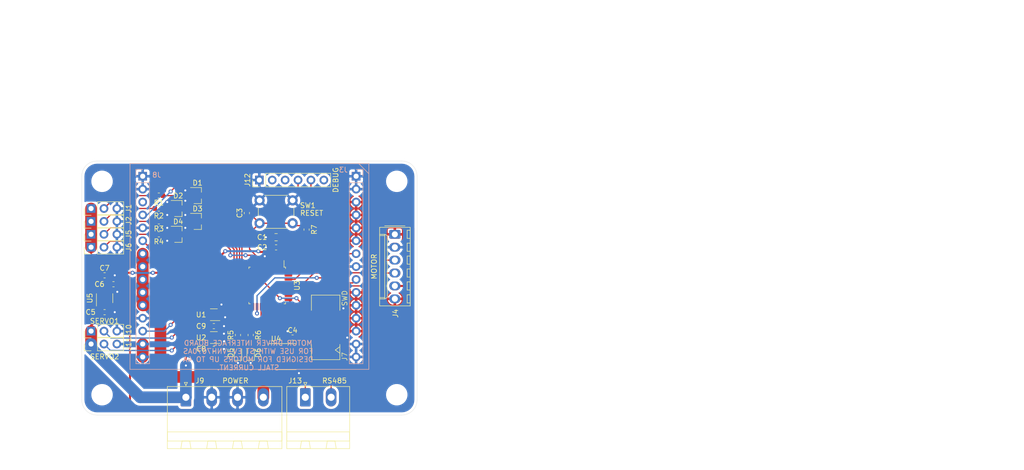
<source format=kicad_pcb>
(kicad_pcb (version 20211014) (generator pcbnew)
  (title_block (title "Motor Driver Board") (date "2020-09-30") (rev "1.0") (company "Nathan Dumont") (comment 1 "https://nathandumont.com/blog/robot-motor-control-board"))
  (layers (0 "F.Cu" signal) (31 "B.Cu" signal) (34 "B.Paste" user) (35 "F.Paste" user) (36 "B.SilkS" user "B.Silkscreen") (37 "F.SilkS" user "F.Silkscreen") (38 "B.Mask" user) (39 "F.Mask" user) (44 "Edge.Cuts" user))
  (net 0 "")
  (net 1 "+3V3")
  (net 2 "GND")
  (net 3 "/SRST")
  (net 4 "+5V")
  (net 5 "Net-(C6-Pad1)")
  (net 6 "/AUX1")
  (net 7 "/AUX2")
  (net 8 "/AUX3")
  (net 9 "/AUX4")
  (net 10 "Net-(D5-Pad2)")
  (net 11 "Net-(D6-Pad2)")
  (net 12 "Net-(J1-Pad2)")
  (net 13 "Net-(J2-Pad2)")
  (net 14 "/MOTOR_N")
  (net 15 "/DIRB")
  (net 16 "/DIRA")
  (net 17 "/MOTOR_P")
  (net 18 "/ENC_B")
  (net 19 "/ENC_A")
  (net 20 "Net-(J5-Pad2)")
  (net 21 "Net-(J6-Pad2)")
  (net 22 "/SWCLK")
  (net 23 "/SWDIO")
  (net 24 "/TIM2_CH1")
  (net 25 "+12V")
  (net 26 "/CUR_SENS")
  (net 27 "/SEL0")
  (net 28 "Net-(J10-Pad2)")
  (net 29 "Net-(J11-Pad2)")
  (net 30 "/USART3_TX")
  (net 31 "/USART3_RX")
  (net 32 "Net-(J13-Pad2)")
  (net 33 "Net-(J13-Pad1)")
  (net 34 "Net-(R5-Pad2)")
  (net 35 "Net-(R6-Pad2)")
  (net 36 "/SERVO1")
  (net 37 "/SERVO2")
  (net 38 "/RS485_DE")
  (net 39 "/RS485_RX")
  (net 40 "/RS485_TX")
  (footprint "Capacitor_SMD:C_0805_2012Metric" (layer "F.Cu") (at 128.25 65)
    (fp_text reference "C1")
    (fp_text value "4.7µF" hide)
  )
  (footprint "Capacitor_SMD:C_0603_1608Metric" (layer "F.Cu") (at 128.25 67)
    (fp_text reference "C2")
    (fp_text value "100nF" hide)
  )
  (footprint "Capacitor_SMD:C_0603_1608Metric" (layer "F.Cu") (at 122.5 60.25 90)
    (fp_text reference "C3")
    (fp_text value "100nF" hide)
  )
  (footprint "Capacitor_SMD:C_0603_1608Metric" (layer "F.Cu") (at 131.5 84.75)
    (fp_text reference "C4")
    (fp_text value "100nF" hide)
  )
  (footprint "Capacitor_SMD:C_0603_1608Metric" (layer "F.Cu") (at 94.5 79.75)
    (fp_text reference "C5")
    (fp_text value "1µF" hide)
  )
  (footprint "Capacitor_SMD:C_0603_1608Metric" (layer "F.Cu") (at 96.25 74.25)
    (fp_text reference "C6")
    (fp_text value "10nF" hide)
  )
  (footprint "Capacitor_SMD:C_0603_1608Metric" (layer "F.Cu") (at 94.5 72.5)
    (fp_text reference "C7")
    (fp_text value "1µF" hide)
  )
  (footprint "Package_TO_SOT_SMD:SOT-23" (layer "F.Cu") (at 112.795 56.81)
    (fp_text reference "D1")
    (fp_text value "D_TVS_AAK" hide)
  )
  (footprint "Package_TO_SOT_SMD:SOT-23" (layer "F.Cu") (at 108.985 59.35)
    (fp_text reference "D2")
    (fp_text value "D_TVS_AAK" hide)
  )
  (footprint "Package_TO_SOT_SMD:SOT-23" (layer "F.Cu") (at 112.795 61.89)
    (fp_text reference "D3")
    (fp_text value "D_TVS_AAK" hide)
  )
  (footprint "Package_TO_SOT_SMD:SOT-23" (layer "F.Cu") (at 108.985 64.43)
    (fp_text reference "D4")
    (fp_text value "D_TVS_AAK" hide)
  )
  (footprint "LED_SMD:LED_0603_1608Metric" (layer "F.Cu") (at 120.75 87.75 90)
    (fp_text reference "D5")
    (fp_text value "LED0" hide)
  )
  (footprint "MountingHole:MountingHole_3.2mm_M3" (layer "F.Cu") (at 152 54)
    (fp_text reference "H1" hide)
    (fp_text value "MountingHole" hide)
  )
  (footprint "MountingHole:MountingHole_3.2mm_M3" (layer "F.Cu") (at 94 96)
    (fp_text reference "H2" hide)
    (fp_text value "MountingHole" hide)
  )
  (footprint "MountingHole:MountingHole_3.2mm_M3" (layer "F.Cu") (at 94 54)
    (fp_text reference "H3" hide)
    (fp_text value "MountingHole" hide)
  )
  (footprint "MountingHole:MountingHole_3.2mm_M3" (layer "F.Cu") (at 152 96)
    (fp_text reference "H4" hide)
    (fp_text value "MountingHole" hide)
  )
  (footprint "Connector_PinHeader_2.54mm:PinHeader_1x03_P2.54mm_Vertical" (layer "F.Cu") (at 91.84 61.89 90)
    (fp_text reference "J2")
    (fp_text value "AUX2" hide)
  )
  (footprint "Connector_Molex:Molex_KK-254_AE-6410-06A_1x06_P2.54mm_Vertical" (layer "F.Cu") (at 151.62 64.43 -90)
    (fp_text reference "J4")
    (fp_text value "MOTOR")
  )
  (footprint "Connector_PinHeader_2.54mm:PinHeader_1x03_P2.54mm_Vertical" (layer "F.Cu") (at 91.84 66.97 90)
    (fp_text reference "J6")
    (fp_text value "AUX4" hide)
  )
  (footprint "extras:SAMTEC_SHF-SM_5x2" (layer "F.Cu") (at 138 82.75 90)
    (fp_text reference "J7")
    (fp_text value "SWD")
  )
  (footprint "Connector_Phoenix_MSTB:PhoenixContact_MSTBA_2,5_4-G-5,08_1x04_P5.08mm_Horizontal" (layer "F.Cu") (at 110.5 96.5)
    (fp_text reference "J9")
    (fp_text value "POWER")
  )
  (footprint "Connector_PinHeader_2.54mm:PinHeader_1x03_P2.54mm_Vertical" (layer "F.Cu") (at 91.84 83.48 90)
    (fp_text reference "J10")
    (fp_text value "SERVO1")
  )
  (footprint "Connector_PinHeader_2.54mm:PinHeader_1x03_P2.54mm_Vertical" (layer "F.Cu") (at 91.84 86.02 90)
    (fp_text reference "J11")
    (fp_text value "SERVO2")
  )
  (footprint "Connector_PinHeader_2.54mm:PinHeader_1x06_P2.54mm_Vertical" (layer "F.Cu") (at 124.95 53.75 90)
    (fp_text reference "J12")
    (fp_text value "DEBUG")
  )
  (footprint "Connector_Phoenix_MSTB:PhoenixContact_MSTBA_2,5_2-G-5,08_1x02_P5.08mm_Horizontal" (layer "F.Cu") (at 134 96.5)
    (fp_text reference "J13")
    (fp_text value "RS485")
  )
  (footprint "Resistor_SMD:R_0603_1608Metric" (layer "F.Cu") (at 105.175 56.81 180)
    (fp_text reference "R1")
    (fp_text value "1kΩ" hide)
  )
  (footprint "Resistor_SMD:R_0603_1608Metric" (layer "F.Cu") (at 105.175 59.35 180)
    (fp_text reference "R2")
    (fp_text value "1kΩ" hide)
  )
  (footprint "Resistor_SMD:R_0603_1608Metric" (layer "F.Cu") (at 105.175 61.89 180)
    (fp_text reference "R3")
    (fp_text value "1kΩ" hide)
  )
  (footprint "Resistor_SMD:R_0603_1608Metric" (layer "F.Cu") (at 105.175 64.43 180)
    (fp_text reference "R4")
    (fp_text value "1kΩ" hide)
  )
  (footprint "Resistor_SMD:R_0603_1608Metric" (layer "F.Cu") (at 120.75 84.25 90)
    (fp_text reference "R5")
    (fp_text value "330Ω" hide)
  )
  (footprint "Resistor_SMD:R_0603_1608Metric" (layer "F.Cu") (at 123.25 84.25 90)
    (fp_text reference "R6")
    (fp_text value "330Ω" hide)
  )
  (footprint "Resistor_SMD:R_0603_1608Metric" (layer "F.Cu") (at 134.25 63.5 90)
    (fp_text reference "R7")
    (fp_text value "10kΩ" hide)
  )
  (footprint "Button_Switch_THT:SW_PUSH_6mm" (layer "F.Cu") (at 131.5 62.25 180)
    (fp_text reference "SW1")
    (fp_text value "RESET")
  )
  (footprint "Package_TO_SOT_SMD:SOT-353_SC-70-5" (layer "F.Cu") (at 116 80.25 180)
    (fp_text reference "U1")
    (fp_text value "74AHCT1G125" hide)
  )
  (footprint "Package_TO_SOT_SMD:SOT-353_SC-70-5" (layer "F.Cu") (at 116 84.75 180)
    (fp_text reference "U2")
    (fp_text value "74AHCT1G125" hide)
  )
  (footprint "Package_SO:SOIC-8_3.9x4.9mm_P1.27mm" (layer "F.Cu") (at 130.25 88.5)
    (fp_text reference "U4")
    (fp_text value "MAX3485" hide)
  )
  (footprint "Package_TO_SOT_SMD:SOT-23-5" (layer "F.Cu") (at 94.5 77 90)
    (fp_text reference "U5")
    (fp_text value "LDK130-33_SOT23_SOT353" hide)
  )
  (footprint "Package_QFP:LQFP-32_7x7mm_P0.8mm" (layer "F.Cu") (at 126.5 74.5 -90)
    (fp_text reference "U3")
    (fp_text value "STM32G071KxT" hide)
  )
  (footprint "LED_SMD:LED_0603_1608Metric" (layer "F.Cu") (at 123.25 87.75 90)
    (fp_text reference "D6")
    (fp_text value "LED1" hide)
  )
  (footprint "Connector_PinHeader_2.54mm:PinHeader_1x03_P2.54mm_Vertical" (layer "F.Cu") (at 91.84 59.35 90)
    (fp_text reference "J1")
    (fp_text value "AUX1" hide)
  )
  (footprint "Connector_PinHeader_2.54mm:PinHeader_1x03_P2.54mm_Vertical" (layer "F.Cu") (at 91.84 64.43 90)
    (fp_text reference "J5")
    (fp_text value "AUX3" hide)
  )
  (footprint "Capacitor_SMD:C_0603_1608Metric" (layer "F.Cu") (at 116 82.5 180)
    (fp_text reference "C9")
    (fp_text value "100nF" hide)
  )
  (footprint "Capacitor_SMD:C_0603_1608Metric" (layer "F.Cu") (at 116 87 180)
    (fp_text reference "C8")
    (fp_text value "100nF" hide)
  )
  (footprint "Connector_PinHeader_2.54mm:PinHeader_1x15_P2.54mm_Vertical" (layer "B.Cu") (at 144 53 180)
    (fp_text reference "J3")
    (fp_text value "Conn_01x15" hide)
  )
  (footprint "Connector_PinSocket_2.54mm:PinSocket_1x15_P2.54mm_Vertical" (layer "B.Cu") (at 102 53 180)
    (fp_text reference "J8")
    (fp_text value "Conn_01x15" hide)
  )
  (gr_line (start 146.5 91) (end 146.5 50.5) (layer "B.SilkS") (width 0.12))
  (gr_line (start 146.5 50.5) (end 99.5 50.5) (layer "B.SilkS") (width 0.12))
  (gr_line (start 99.5 50.5) (end 99.5 91) (layer "B.SilkS") (width 0.12))
  (gr_line (start 146.5 52.5) (end 144.5 50.5) (layer "B.SilkS") (width 0.12))
  (gr_line (start 99.5 91) (end 146.5 91) (layer "B.SilkS") (width 0.12))
  (gr_line (start 90 97) (end 90 53) (layer "Edge.Cuts") (width 0.05))
  (gr_arc (start 153 50) (mid 155.12132 50.87868) (end 156 53) (layer "Edge.Cuts") (width 0.05))
  (gr_line (start 153 100) (end 93 100) (layer "Edge.Cuts") (width 0.05))
  (gr_line (start 93 50) (end 153 50) (layer "Edge.Cuts") (width 0.05))
  (gr_arc (start 90 53) (mid 90.87868 50.87868) (end 93 50) (layer "Edge.Cuts") (width 0.05))
  (gr_arc (start 156 97) (mid 155.12132 99.12132) (end 153 100) (layer "Edge.Cuts") (width 0.05))
  (gr_arc (start 93 100) (mid 90.87868 99.12132) (end 90 97) (layer "Edge.Cuts") (width 0.05))
  (gr_line (start 156 53) (end 156 97) (layer "Edge.Cuts") (width 0.05))
  (gr_text "MOTOR DRIVER INTERFACE BOARD\nFOR USE WITH ST EV-VNH7070AS\nDESIGNED FOR MOTORS UP TO 4A\nSTALL CURRENT." (at 122.75 88.25) (layer "B.SilkS") (effects (font (size 1 1)) (justify mirror)))
  (segment (start 142 99) (end 130.75 99) (width 0.4) (layer "F.Cu") (net 1))
  (segment (start 97.875 71.875) (end 97.25 71.25) (width 0.4) (layer "F.Cu") (net 1))
  (segment (start 91.84 61.89) (end 91.84 64.43) (width 2.3) (layer "F.Cu") (net 1))
  (segment (start 98 72) (end 100.000012 72) (width 0.4) (layer "F.Cu") (net 1))
  (segment (start 129.1875 65) (end 129.1875 66.85) (width 0.4) (layer "F.Cu") (net 1))
  (segment (start 101 99) (end 99.5 97.5) (width 0.4) (layer "F.Cu") (net 1))
  (segment (start 127.149999 67.899999) (end 124.899999 67.899999) (width 0.4) (layer "F.Cu") (net 1))
  (segment (start 124.899999 67.899999) (end 124.75 67.75) (width 0.4) (layer "F.Cu") (net 1))
  (segment (start 97.25 71.25) (end 92.25 71.25) (width 0.4) (layer "F.Cu") (net 1))
  (segment (start 142.5 99) (end 142 99) (width 0.4) (layer "F.Cu") (net 1))
  (segment (start 129.9 64.2875) (end 129.1875 65) (width 0.4) (layer "F.Cu") (net 1))
  (segment (start 97.875 71.875) (end 98 72) (width 0.4) (layer "F.Cu") (net 1))
  (segment (start 91.84 64.43) (end 91.84 66.97) (width 2.3) (layer "F.Cu") (net 1))
  (segment (start 130.75 99) (end 101 99) (width 0.4) (layer "F.Cu") (net 1))
  (segment (start 99.5 73.5) (end 97.875 71.875) (width 0.4) (layer "F.Cu") (net 1))
  (segment (start 130.75 87.595) (end 130.75 99) (width 0.4) (layer "F.Cu") (net 1))
  (segment (start 131.75 86.595) (end 130.75 87.595) (width 0.4) (layer "F.Cu") (net 1))
  (segment (start 155 75.5) (end 155 86.5) (width 0.4) (layer "F.Cu") (net 1))
  (segment (start 91.84 59.35) (end 91.84 61.89) (width 2.3) (layer "F.Cu") (net 1))
  (segment (start 93.55 75.9) (end 93.55 72.6625) (width 0.4) (layer "F.Cu") (net 1))
  (segment (start 118.249992 67.75) (end 113.999992 72) (width 0.4) (layer "F.Cu") (net 1))
  (segment (start 155 86.5) (end 142.5 99) (width 0.4) (layer "F.Cu") (net 1))
  (segment (start 154.09 74.59) (end 155 75.5) (width 0.4) (layer "F.Cu") (net 1))
  (segment (start 127.75 68.5) (end 127.149999 67.899999) (width 0.4) (layer "F.Cu") (net 1))
  (segment (start 140.032 91.282) (end 142 93.25) (width 0.4) (layer "F.Cu") (net 1))
  (segment (start 91.84 70.84) (end 91.84 66.97) (width 0.4) (layer "F.Cu") (net 1))
  (segment (start 132.725 86.595) (end 131.75 86.595) (width 0.4) (layer "F.Cu") (net 1))
  (segment (start 92.25 71.25) (end 91.84 70.84) (width 0.4) (layer "F.Cu") (net 1))
  (segment (start 132.2875 84.75) (end 132.2875 86.1575) (width 0.4) (layer "F.Cu") (net 1))
  (segment (start 129.1875 66.85) (end 129.0375 67) (width 0.4) (layer "F.Cu") (net 1))
  (segment (start 132.2875 86.1575) (end 132.725 86.595) (width 0.4) (layer "F.Cu") (net 1))
  (segment (start 151.62 74.59) (end 154.09 74.59) (width 0.4) (layer "F.Cu") (net 1))
  (segment (start 134.25 64.2875) (end 129.9 64.2875) (width 0.4) (layer "F.Cu") (net 1))
  (segment (start 129.0375 67) (end 129.0375 67.2125) (width 0.4) (layer "F.Cu") (net 1))
  (segment (start 142 93.25) (end 142 99) (width 0.4) (layer "F.Cu") (net 1))
  (segment (start 127.75 68.5) (end 126.9 69.35) (width 0.4) (layer "F.Cu") (net 1))
  (segment (start 113.999992 72) (end 104 72) (width 0.4) (layer "F.Cu") (net 1))
  (segment (start 99.5 97.5) (end 99.5 73.5) (width 0.4) (layer "F.Cu") (net 1))
  (segment (start 129.0375 67.2125) (end 127.75 68.5) (width 0.4) (layer "F.Cu") (net 1))
  (segment (start 126.9 69.35) (end 126.9 70.325) (width 0.4) (layer "F.Cu") (net 1))
  (segment (start 140.032 85.29) (end 140.032 91.282) (width 0.4) (layer "F.Cu") (net 1))
  (segment (start 93.5 72.5) (end 91.84 70.84) (width 0.4) (layer "F.Cu") (net 1))
  (segment (start 93.55 72.6625) (end 93.7125 72.5) (width 0.4) (layer "F.Cu") (net 1))
  (via (at 104 72) (size 0.8) (drill 0.4) (layers "F.Cu" "B.Cu") (net 1))
  (via (at 124.75 67.75) (size 0.8) (drill 0.4) (layers "F.Cu" "B.Cu") (net 1))
  (via (at 118.249992 67.75) (size 0.8) (drill 0.4) (layers "F.Cu" "B.Cu") (net 1))
  (via (at 100.000012 72) (size 0.8) (drill 0.4) (layers "F.Cu" "B.Cu") (net 1))
  (segment (start 118.249992 67.75) (end 124.75 67.75) (width 0.4) (layer "B.Cu") (net 1))
  (segment (start 100.000012 72) (end 100.030013 72.030001) (width 0.4) (layer "B.Cu") (net 1))
  (segment (start 103.969999 72.030001) (end 104 72) (width 0.4) (layer "B.Cu") (net 1))
  (segment (start 100.030013 72.030001) (end 103.969999 72.030001) (width 0.4) (layer "B.Cu") (net 1))
  (segment (start 107.146 58.4) (end 106.826 58.08) (width 0.25) (layer "F.Cu") (net 2))
  (segment (start 126.1 68.825) (end 126.025 68.75) (width 0.25) (layer "F.Cu") (net 2))
  (segment (start 117.874694 84.1) (end 117.987347 83.987347) (width 0.25) (layer "F.Cu") (net 2))
  (segment (start 116.95 80.9) (end 118.07501 80.9) (width 0.25) (layer "F.Cu") (net 2))
  (segment (start 132.725 91.725) (end 132.75 91.75) (width 0.25) (layer "F.Cu") (net 2))
  (segment (start 116.95 79.6) (end 116.95 78.8) (width 0.25) (layer "F.Cu") (net 2))
  (segment (start 117.9 85.4) (end 118 85.5) (width 0.25) (layer "F.Cu") (net 2))
  (segment (start 111.795 57.76) (end 110.448 57.76) (width 0.25) (layer "F.Cu") (net 2))
  (segment (start 111.795 55.86) (end 110.448 55.86) (width 0.25) (layer "F.Cu") (net 2))
  (segment (start 140.032 84.02) (end 141.52 84.02) (width 0.25) (layer "F.Cu") (net 2))
  (segment (start 110.448 57.76) (end 110.382 57.826) (width 0.25) (layer "F.Cu") (net 2))
  (segment (start 107.146 63.48) (end 106.826 63.16) (width 0.25) (layer "F.Cu") (net 2))
  (segment (start 107.146 65.38) (end 106.826 65.7) (width 0.25) (layer "F.Cu") (net 2))
  (segment (start 116.95 85.4) (end 117.9 85.4) (width 0.25) (layer "F.Cu") (net 2))
  (segment (start 120.75 88.5375) (end 120.75 89.75) (width 0.25) (layer "F.Cu") (net 2))
  (segment (start 127.3125 65) (end 126.25 65) (width 0.4) (layer "F.Cu") (net 2))
  (segment (start 110.702 60.94) (end 110.382 60.62) (width 0.25) (layer "F.Cu") (net 2))
  (segment (start 107.985 65.38) (end 107.146 65.38) (width 0.25) (layer "F.Cu") (net 2))
  (segment (start 123.2875 59.4625) (end 125 57.75) (width 0.25) (layer "F.Cu") (net 2))
  (segment (start 107.985 63.48) (end 107.146 63.48) (width 0.25) (layer "F.Cu") (net 2))
  (segment (start 107.985 58.4) (end 107.146 58.4) (width 0.25) (layer "F.Cu") (net 2))
  (segment (start 97.0375 74.25) (end 97.0375 75.7125) (width 0.4) (layer "F.Cu") (net 2))
  (segment (start 111.795 60.94) (end 110.702 60.94) (width 0.25) (layer "F.Cu") (net 2))
  (segment (start 122.5 59.4625) (end 123.2875 59.4625) (width 0.25) (layer "F.Cu") (net 2))
  (segment (start 118.07501 80.9) (end 118.22501 80.75) (width 0.25) (layer "F.Cu") (net 2))
  (segment (start 140.032 82.75) (end 140.032 84.02) (width 0.25) (layer "F.Cu") (net 2))
  (segment (start 107.985 60.3) (end 107.146 60.3) (width 0.25) (layer "F.Cu") (net 2))
  (segment (start 95.2875 79.75) (end 96.5 79.75) (width 0.4) (layer "F.Cu") (net 2))
  (segment (start 116.95 78.8) (end 117.5 78.25) (width 0.25) (layer "F.Cu") (net 2))
  (segment (start 95.2875 72.5) (end 96.5 72.5) (width 0.4) (layer "F.Cu") (net 2))
  (segment (start 111.795 62.84) (end 110.702 62.84) (width 0.25) (layer "F.Cu") (net 2))
  (segment (start 116.7875 87) (end 118 87) (width 0.25) (layer "F.Cu") (net 2))
  (segment (start 127.4625 67) (end 126.25 67) (width 0.4) (layer "F.Cu") (net 2))
  (segment (start 94.5 78.9625) (end 95.2875 79.75) (width 0.4) (layer "F.Cu") (net 2))
  (segment (start 140.032 80.21) (end 140.29 80.21) (width 0.25) (layer "F.Cu") (net 2))
  (segment (start 130.7125 84.75) (end 130.7125 83.7125) (width 0.25) (layer "F.Cu") (net 2))
  (segment (start 110.702 62.84) (end 110.382 63.16) (width 0.25) (layer "F.Cu") (net 2))
  (segment (start 94.5 78.1) (end 94.5 78.9625) (width 0.4) (layer "F.Cu") (net 2))
  (segment (start 116.7875 82.5) (end 118 82.5) (width 0.25) (layer "F.Cu") (net 2))
  (segment (start 123.25 88.5375) (end 123.25 89.75) (width 0.25) (layer "F.Cu") (net 2))
  (segment (start 140.29 80.21) (end 141.5 79) (width 0.25) (layer "F.Cu") (net 2))
  (segment (start 126.1 70.325) (end 126.1 68.825) (width 0.25) (layer "F.Cu") (net 2))
  (segment (start 132.725 90.405) (end 132.725 91.725) (width 0.25) (layer "F.Cu") (net 2))
  (segment (start 97.0375 75.7125) (end 97 75.75) (width 0.4) (layer "F.Cu") (net 2))
  (segment (start 110.448 55.86) (end 110.382 55.794) (width 0.25) (layer "F.Cu") (net 2))
  (segment (start 141.52 84.02) (end 142.25 84.75) (width 0.25) (layer "F.Cu") (net 2))
  (segment (start 130.7125 83.7125) (end 130.5 83.5) (width 0.25) (layer "F.Cu") (net 2))
  (segment (start 107.146 60.3) (end 106.826 60.62) (width 0.25) (layer "F.Cu") (net 2))
  (segment (start 116.95 84.1) (end 117.874694 84.1) (width 0.25) (layer "F.Cu") (net 2))
  (segment (start 102 86.02) (end 102 88.56) (width 2.3) (layer "F.Cu") (net 2))
  (via (at 97 75.75) (size 0.8) (drill 0.4) (layers "F.Cu" "B.Cu") (net 2))
  (via (at 126.25 65) (size 0.8) (drill 0.4) (layers "F.Cu" "B.Cu") (net 2))
  (via (at 118 82.5) (size 0.8) (drill 0.4) (layers "F.Cu" "B.Cu") (net 2))
  (via (at 106.826 58.08) (size 0.8) (drill 0.4) (layers "F.Cu" "B.Cu") (net 2))
  (via (at 106.826 65.7) (size 0.8) (drill 0.4) (layers "F.Cu" "B.Cu") (net 2))
  (via (at 118 85.5) (size 0.8) (drill 0.4) (layers "F.Cu" "B.Cu") (net 2))
  (via (at 118 87) (size 0.8) (drill 0.4) (layers "F.Cu" "B.Cu") (net 2))
  (via (at 117.5 78.25) (size 0.8) (drill 0.4) (layers "F.Cu" "B.Cu") (net 2))
  (via (at 132.75 91.75) (size 0.8) (drill 0.4) (layers "F.Cu" "B.Cu") (net 2))
  (via (at 106.826 60.62) (size 0.8) (drill 0.4) (layers "F.Cu" "B.Cu") (net 2))
  (via (at 120.75 89.75) (size 0.8) (drill 0.4) (layers "F.Cu" "B.Cu") (net 2))
  (via (at 110.382 57.826) (size 0.8) (drill 0.4) (layers "F.Cu" "B.Cu") (net 2))
  (via (at 142.25 84.75) (size 0.8) (drill 0.4) (layers "F.Cu" "B.Cu") (net 2))
  (via (at 123.25 89.75) (size 0.8) (drill 0.4) (layers "F.Cu" "B.Cu") (net 2))
  (via (at 110.382 60.62) (size 0.8) (drill 0.4) (layers "F.Cu" "B.Cu") (net 2))
  (via (at 141.5 79) (size 0.8) (drill 0.4) (layers "F.Cu" "B.Cu") (net 2))
  (via (at 110.382 55.794) (size 0.8) (drill 0.4) (layers "F.Cu" "B.Cu") (net 2))
  (via (at 118.22501 80.75) (size 0.8) (drill 0.4) (layers "F.Cu" "B.Cu") (net 2))
  (via (at 96.5 79.75) (size 0.8) (drill 0.4) (layers "F.Cu" "B.Cu") (net 2))
  (via (at 106.826 63.16) (size 0.8) (drill 0.4) (layers "F.Cu" "B.Cu") (net 2))
  (via (at 96.5 72.5) (size 0.8) (drill 0.4) (layers "F.Cu" "B.Cu") (net 2))
  (via (at 126.25 67) (size 0.8) (drill 0.4) (layers "F.Cu" "B.Cu") (net 2))
  (via (at 126.025 68.75) (size 0.8) (drill 0.4) (layers "F.Cu" "B.Cu") (net 2))
  (via (at 117.987347 83.987347) (size 0.8) (drill 0.4) (layers "F.Cu" "B.Cu") (net 2))
  (via (at 130.5 83.5) (size 0.8) (drill 0.4) (layers "F.Cu" "B.Cu") (net 2))
  (via (at 110.382 63.16) (size 0.8) (drill 0.4) (layers "F.Cu" "B.Cu") (net 2))
  (segment (start 123.024999 67.348001) (end 123.024999 64.225001) (width 0.25) (layer "F.Cu") (net 3))
  (segment (start 125.3 69.623002) (end 123.024999 67.348001) (width 0.25) (layer "F.Cu") (net 3))
  (segment (start 125.3 73.3) (end 129 77) (width 0.25) (layer "F.Cu") (net 3))
  (segment (start 131.9625 62.7125) (end 131.5 62.25) (width 0.25) (layer "F.Cu") (net 3))
  (segment (start 125.3 70.325) (end 125.3 69.623002) (width 0.25) (layer "F.Cu") (net 3))
  (segment (start 123.024999 64.225001) (end 125 62.25) (width 0.25) (layer "F.Cu") (net 3))
  (segment (start 123.7875 61.0375) (end 122.5 61.0375) (width 0.25) (layer "F.Cu") (net 3))
  (segment (start 135.46 80.21) (end 135.968 80.21) (width 0.25) (layer "F.Cu") (net 3))
  (segment (start 125 62.25) (end 123.7875 61.0375) (width 0.25) (layer "F.Cu") (net 3))
  (segment (start 125.3 70.325) (end 125.3 73.3) (width 0.25) (layer "F.Cu") (net 3))
  (segment (start 131.5 62.25) (end 125 62.25) (width 0.25) (layer "F.Cu") (net 3))
  (segment (start 132.25 77) (end 135.46 80.21) (width 0.25) (layer "F.Cu") (net 3))
  (segment (start 134.25 62.7125) (end 131.9625 62.7125) (width 0.25) (layer "F.Cu") (net 3))
  (via (at 132.25 77) (size 0.8) (drill 0.4) (layers "F.Cu" "B.Cu") (net 3))
  (via (at 129 77) (size 0.8) (drill 0.4) (layers "F.Cu" "B.Cu") (net 3))
  (segment (start 129 77) (end 132.25 77) (width 0.25) (layer "B.Cu") (net 3))
  (segment (start 94.024998 77) (end 94.975002 77) (width 0.4) (layer "F.Cu") (net 4))
  (segment (start 93.7125 80.5) (end 93.7125 79.75) (width 0.4) (layer "F.Cu") (net 4))
  (segment (start 111.5 87) (end 115.2125 87) (width 0.4) (layer "F.Cu") (net 4))
  (segment (start 91.84 83.48) (end 91.84 86.02) (width 2.3) (layer "F.Cu") (net 4))
  (segment (start 91.84 82.3725) (end 93.7125 80.5) (width 0.4) (layer "F.Cu") (net 4))
  (segment (start 115.2125 87) (end 115.2125 85.5625) (width 0.4) (layer "F.Cu") (net 4))
  (segment (start 93.55 78.1) (end 93.55 77.474998) (width 0.4) (layer "F.Cu") (net 4))
  (segment (start 115.05 80.9) (end 115.05 82.107524) (width 0.4) (layer "F.Cu") (net 4))
  (segment (start 110.5 88) (end 111.5 87) (width 0.4) (layer "F.Cu") (net 4))
  (segment (start 94.975002 77) (end 95.45 77.474998) (width 0.4) (layer "F.Cu") (net 4))
  (segment (start 116 83.25) (end 116 84.75) (width 0.4) (layer "F.Cu") (net 4))
  (segment (start 115.2125 85.5625) (end 115.05 85.4) (width 0.4) (layer "F.Cu") (net 4))
  (segment (start 91.84 83.48) (end 91.84 82.3725) (width 0.4) (layer "F.Cu") (net 4))
  (segment (start 116 84.75) (end 115.35 85.4) (width 0.4) (layer "F.Cu") (net 4))
  (segment (start 115.05 82.107524) (end 115.327488 82.385012) (width 0.4) (layer "F.Cu") (net 4))
  (segment (start 95.45 77.474998) (end 95.45 78.1) (width 0.4) (layer "F.Cu") (net 4))
  (segment (start 115.2125 82.5) (end 115.25 82.5) (width 0.4) (layer "F.Cu") (net 4))
  (segment (start 93.7125 78.2625) (end 93.55 78.1) (width 0.4) (layer "F.Cu") (net 4))
  (segment (start 93.55 77.474998) (end 94.024998 77) (width 0.4) (layer "F.Cu") (net 4))
  (segment (start 110.5 90.25) (end 110.5 88) (width 0.4) (layer "F.Cu") (net 4))
  (segment (start 93.7125 79.75) (end 93.7125 78.2625) (width 0.4) (layer "F.Cu") (net 4))
  (segment (start 115.35 85.4) (end 115.05 85.4) (width 0.4) (layer "F.Cu") (net 4))
  (segment (start 115.25 82.5) (end 116 83.25) (width 0.4) (layer "F.Cu") (net 4))
  (via (at 110.5 90.25) (size 0.8) (drill 0.4) (layers "F.Cu" "B.Cu") (net 4))
  (segment (start 101.5 96.5) (end 91.84 86.84) (width 2.3) (layer "B.Cu") (net 4))
  (segment (start 91.84 86.84) (end 91.84 86.02) (width 2.3) (layer "B.Cu") (net 4))
  (segment (start 110.5 96.5) (end 110.5 90.25) (width 2.3) (layer "B.Cu") (net 4))
  (segment (start 110.5 96.5) (end 101.5 96.5) (width 2.3) (layer "B.Cu") (net 4))
  (segment (start 95.45 75.9) (end 95.45 74.2625) (width 0.4) (layer "F.Cu") (net 5))
  (segment (start 95.45 74.2625) (end 95.4625 74.25) (width 0.4) (layer "F.Cu") (net 5))
  (segment (start 121.524999 66.774999) (end 113.795 59.045) (width 0.25) (layer "F.Cu") (net 6))
  (segment (start 122.627 70.325) (end 121.524999 69.222999) (width 0.25) (layer "F.Cu") (net 6))
  (segment (start 121.524999 69.222999) (end 121.524999 66.774999) (width 0.25) (layer "F.Cu") (net 6))
  (segment (start 113.795 56.81) (end 105.9625 56.81) (width 0.25) (layer "F.Cu") (net 6))
  (segment (start 123.7 70.325) (end 122.627 70.325) (width 0.25) (layer "F.Cu") (net 6))
  (segment (start 113.795 59.045) (end 113.795 56.81) (width 0.25) (layer "F.Cu") (net 6))
  (segment (start 113.35 59.35) (end 109.985 59.35) (width 0.25) (layer "F.Cu") (net 7))
  (segment (start 121.05 69.51) (end 121.05 67.05) (width 0.25) (layer "F.Cu") (net 7))
  (segment (start 122.325 70.785) (end 121.05 69.51) (width 0.25) (layer "F.Cu") (net 7))
  (segment (start 109.985 59.35) (end 105.9625 59.35) (width 0.25) (layer "F.Cu") (net 7))
  (segment (start 121.05 67.05) (end 113.35 59.35) (width 0.25) (layer "F.Cu") (net 7))
  (segment (start 122.325 71.7) (end 122.325 70.785) (width 0.25) (layer "F.Cu") (net 7))
  (segment (start 115.14 61.89) (end 113.795 61.89) (width 0.25) (layer "F.Cu") (net 8))
  (segment (start 122.325 72.5) (end 121.575 72.5) (width 0.25) (layer "F.Cu") (net 8))
  (segment (start 120.542 71.467) (end 120.542 67.292) (width 0.25) (layer "F.Cu") (net 8))
  (segment (start 120.542 67.292) (end 115.14 61.89) (width 0.25) (layer "F.Cu") (net 8))
  (segment (start 113.795 61.89) (end 105.9625 61.89) (width 0.25) (layer "F.Cu") (net 8))
  (segment (start 121.575 72.5) (end 120.542 71.467) (width 0.25) (layer "F.Cu") (net 8))
  (segment (start 119.975001 67.361411) (end 117.04359 64.43) (width 0.25) (layer "F.Cu") (net 9))
  (segment (start 121.538 73.3) (end 119.975001 71.737001) (width 0.25) (layer "F.Cu") (net 9))
  (segment (start 122.325 73.3) (end 121.538 73.3) (width 0.25) (layer "F.Cu") (net 9))
  (segment (start 109.985 64.43) (end 105.9625 64.43) (width 0.25) (layer "F.Cu") (net 9))
  (segment (start 119.975001 71.737001) (end 119.975001 67.361411) (width 0.25) (layer "F.Cu") (net 9))
  (segment (start 117.04359 64.43) (end 109.985 64.43) (width 0.25) (layer "F.Cu") (net 9))
  (segment (start 120.75 85.0375) (end 120.75 86.9625) (width 0.25) (layer "F.Cu") (net 10))
  (segment (start 123.25 85.0375) (end 123.25 86.9625) (width 0.25) (layer "F.Cu") (net 11))
  (segment (start 96.92 56.81) (end 94.38 59.35) (width 0.25) (layer "F.Cu") (net 12))
  (segment (start 104.3875 56.81) (end 96.92 56.81) (width 0.25) (layer "F.Cu") (net 12))
  (segment (start 104.3875 59.35) (end 100.73 59.35) (width 0.25) (layer "F.Cu") (net 13))
  (segment (start 100.73 59.35) (end 99.46 60.62) (width 0.25) (layer "F.Cu") (net 13))
  (segment (start 95.65 60.62) (end 94.38 61.89) (width 0.25) (layer "F.Cu") (net 13))
  (segment (start 99.46 60.62) (end 95.65 60.62) (width 0.25) (layer "F.Cu") (net 13))
  (segment (start 133.85 74.9) (end 134.75 74) (width 0.25) (layer "F.Cu") (net 15))
  (segment (start 130.675 74.9) (end 133.85 74.9) (width 0.25) (layer "F.Cu") (net 15))
  (segment (start 143.32 74) (end 144 73.32) (width 0.25) (layer "F.Cu") (net 15))
  (segment (start 134.75 74) (end 143.32 74) (width 0.25) (layer "F.Cu") (net 15))
  (segment (start 144 68.24) (end 142.73 68.24) (width 0.25) (layer "F.Cu") (net 16))
  (segment (start 138.92 72.05) (end 135.7 72.05) (width 0.25) (layer "F.Cu") (net 16))
  (segment (start 133.65 74.1) (end 130.675 74.1) (width 0.25) (layer "F.Cu") (net 16))
  (segment (start 135.7 72.05) (end 133.65 74.1) (width 0.25) (layer "F.Cu") (net 16))
  (segment (start 142.73 68.24) (end 138.92 72.05) (width 0.25) (layer "F.Cu") (net 16))
  (segment (start 151.62 72.05) (end 149.08 72.05) (width 0.25) (layer "F.Cu") (net 18))
  (segment (start 146.54 74.59) (end 135.41 74.59) (width 0.25) (layer "F.Cu") (net 18))
  (segment (start 135.41 74.59) (end 134.3 75.7) (width 0.25) (layer "F.Cu") (net 18))
  (segment (start 149.08 72.05) (end 146.54 74.59) (width 0.25) (layer "F.Cu") (net 18))
  (segment (start 134.3 75.7) (end 130.675 75.7) (width 0.25) (layer "F.Cu") (net 18))
  (segment (start 141 73) (end 136.25 73) (width 0.25) (layer "F.Cu") (net 19))
  (segment (start 147.5 72) (end 142 72) (width 0.25) (layer "F.Cu") (net 19))
  (segment (start 142 72) (end 141 73) (width 0.25) (layer "F.Cu") (net 19))
  (segment (start 151.62 69.51) (end 149.99 69.51) (width 0.25) (layer "F.Cu") (net 19))
  (segment (start 149.99 69.51) (end 147.5 72) (width 0.25) (layer "F.Cu") (net 19))
  (segment (start 124.5 80) (end 124.5 78.675) (width 0.25) (layer "F.Cu") (net 19))
  (via (at 136.25 73) (size 0.8) (drill 0.4) (layers "F.Cu" "B.Cu") (net 19))
  (via (at 124.5 80) (size 0.8) (drill 0.4) (layers "F.Cu" "B.Cu") (net 19))
  (segment (start 124.5 76.5) (end 124.5 80) (width 0.25) (layer "B.Cu") (net 19))
  (segment (start 128 73) (end 124.5 76.5) (width 0.25) (layer "B.Cu") (net 19))
  (segment (start 136.25 73) (end 128 73) (width 0.25) (layer "B.Cu") (net 19))
  (segment (start 99.46 63.16) (end 95.65 63.16) (width 0.25) (layer "F.Cu") (net 20))
  (segment (start 100.73 61.89) (end 99.46 63.16) (width 0.25) (layer "F.Cu") (net 20))
  (segment (start 95.65 63.16) (end 94.38 64.43) (width 0.25) (layer "F.Cu") (net 20))
  (segment (start 104.3875 61.89) (end 100.73 61.89) (width 0.25) (layer "F.Cu") (net 20))
  (segment (start 99.599502 65.794999) (end 95.555001 65.794999) (width 0.25) (layer "F.Cu") (net 21))
  (segment (start 95.555001 65.794999) (end 94.38 66.97) (width 0.25) (layer "F.Cu") (net 21))
  (segment (start 100.964501 64.43) (end 99.599502 65.794999) (width 0.25) (layer "F.Cu") (net 21))
  (segment (start 104.3875 64.43) (end 100.964501 64.43) (width 0.25) (layer "F.Cu") (net 21))
  (segment (start 135.968 84.02) (end 134.3205 84.02) (width 0.25) (layer "F.Cu") (net 22))
  (segment (start 133 79.625) (end 130.675 77.3) (width 0.25) (layer "F.Cu") (net 22))
  (segment (start 133 82.6995) (end 133 79.625) (width 0.25) (layer "F.Cu") (net 22))
  (segment (start 134.3205 84.02) (end 133 82.6995) (width 0.25) (layer "F.Cu") (net 22))
  (segment (start 129.3 79.63591) (end 134.95409 85.29) (width 0.25) (layer "F.Cu") (net 23))
  (segment (start 129.3 78.675) (end 129.3 79.63591) (width 0.25) (layer "F.Cu") (net 23))
  (segment (start 134.95409 85.29) (end 135.968 85.29) (width 0.25) (layer "F.Cu") (net 23))
  (segment (start 107.5 82.25) (end 111.75 78) (width 0.25) (layer "F.Cu") (net 24))
  (segment (start 111.75 78) (end 116.5 78) (width 0.25) (layer "F.Cu") (net 24))
  (segment (start 120.4 74.1) (end 122.325 74.1) (width 0.25) (layer "F.Cu") (net 24))
  (segment (start 116.5 78) (end 120.4 74.1) (width 0.25) (layer "F.Cu") (net 24))
  (via (at 107.5 82.25) (size 0.8) (drill 0.4) (layers "F.Cu" "B.Cu") (net 24))
  (segment (start 102 83.48) (end 106.27 83.48) (width 0.25) (layer "B.Cu") (net 24))
  (segment (start 106.27 83.48) (end 107.5 82.25) (width 0.25) (layer "B.Cu") (net 24))
  (segment (start 102 75.86) (end 102 78.4) (width 2.3) (layer "F.Cu") (net 25))
  (segment (start 107.5 92.5) (end 124.25 92.5) (width 2.3) (layer "F.Cu") (net 25))
  (segment (start 104.4 78.4) (end 105.5 79.5) (width 2.3) (layer "F.Cu") (net 25))
  (segment (start 102 68.24) (end 102 70.78) (width 2.3) (layer "F.Cu") (net 25))
  (segment (start 124.25 92.5) (end 125.74 93.99) (width 2.3) (layer "F.Cu") (net 25))
  (segment (start 105.5 90.5) (end 107.5 92.5) (width 2.3) (layer "F.Cu") (net 25))
  (segment (start 102 70.78) (end 102.000008 70.780008) (width 2.3) (layer "F.Cu") (net 25))
  (segment (start 102 73.32) (end 102 75.86) (width 2.3) (layer "F.Cu") (net 25))
  (segment (start 102.000008 70.780008) (end 102.000008 73.319992) (width 2.3) (layer "F.Cu") (net 25))
  (segment (start 105.5 79.5) (end 105.5 90.5) (width 2.3) (layer "F.Cu") (net 25))
  (segment (start 102.000008 73.319992) (end 102 73.32) (width 2.3) (layer "F.Cu") (net 25))
  (segment (start 125.74 93.99) (end 125.74 96.5) (width 2.3) (layer "F.Cu") (net 25))
  (segment (start 102 78.4) (end 104.4 78.4) (width 2.3) (layer "F.Cu") (net 25))
  (segment (start 124.5 70.325) (end 124.5 69.459415) (width 0.25) (layer "F.Cu") (net 26))
  (segment (start 118.373003 66.549999) (end 119.25 67.426996) (width 0.25) (layer "F.Cu") (net 26))
  (segment (start 119.25 67.426996) (end 119.25 68.55001) (width 0.25) (layer "F.Cu") (net 26))
  (segment (start 124.5 69.459415) (end 123.590595 68.55001) (width 0.25) (layer "F.Cu") (net 26))
  (segment (start 123.590595 68.55001) (end 122.25 68.55001) (width 0.25) (layer "F.Cu") (net 26))
  (segment (start 102.849999 66.549999) (end 118.373003 66.549999) (width 0.25) (layer "F.Cu") (net 26))
  (segment (start 102 65.7) (end 102.849999 66.549999) (width 0.25) (layer "F.Cu") (net 26))
  (via (at 119.25 68.55001) (size 0.8) (drill 0.4) (layers "F.Cu" "B.Cu") (net 26))
  (via (at 122.25 68.55001) (size 0.8) (drill 0.4) (layers "F.Cu" "B.Cu") (net 26))
  (segment (start 119.25 68.55001) (end 122.25 68.55001) (width 0.25) (layer "B.Cu") (net 26))
  (segment (start 141 53.5) (end 138.75 51.25) (width 0.25) (layer "F.Cu") (net 27))
  (segment (start 130.675 73.3) (end 131.95 73.3) (width 0.25) (layer "F.Cu") (net 27))
  (segment (start 112.25 51.25) (end 107.5 56) (width 0.25) (layer "F.Cu") (net 27))
  (segment (start 138.75 51.25) (end 112.25 51.25) (width 0.25) (layer "F.Cu") (net 27))
  (segment (start 141 64.25) (end 141 53.5) (width 0.25) (layer "F.Cu") (net 27))
  (segment (start 131.95 73.3) (end 141 64.25) (width 0.25) (layer "F.Cu") (net 27))
  (via (at 107.5 56) (size 0.8) (drill 0.4) (layers "F.Cu" "B.Cu") (net 27))
  (segment (start 107.5 56) (end 102.88 60.62) (width 0.25) (layer "B.Cu") (net 27))
  (segment (start 102.88 60.62) (end 102 60.62) (width 0.25) (layer "B.Cu") (net 27))
  (segment (start 115.05 79.6) (end 112.865 79.6) (width 0.25) (layer "F.Cu") (net 28))
  (segment (start 112.865 79.6) (end 107.715 84.75) (width 0.25) (layer "F.Cu") (net 28))
  (via (at 107.715 84.75) (size 0.8) (drill 0.4) (layers "F.Cu" "B.Cu") (net 28))
  (segment (start 95.744999 84.844999) (end 94.38 83.48) (width 0.25) (layer "B.Cu") (net 28))
  (segment (start 107.715 84.75) (end 107.809999 84.844999) (width 0.25) (layer "B.Cu") (net 28))
  (segment (start 107.809999 84.844999) (end 95.744999 84.844999) (width 0.25) (layer "B.Cu") (net 28))
  (segment (start 110.905 84.1) (end 110.7525 84.2525) (width 0.25) (layer "F.Cu") (net 29))
  (segment (start 110.7525 84.2525) (end 107.715 87.29) (width 0.25) (layer "F.Cu") (net 29))
  (segment (start 115.05 84.1) (end 110.905 84.1) (width 0.25) (layer "F.Cu") (net 29))
  (via (at 107.715 87.29) (size 0.8) (drill 0.4) (layers "F.Cu" "B.Cu") (net 29))
  (segment (start 95.65 87.29) (end 94.38 86.02) (width 0.25) (layer "B.Cu") (net 29))
  (segment (start 107.715 87.29) (end 95.65 87.29) (width 0.25) (layer "B.Cu") (net 29))
  (segment (start 135.11 55.36) (end 137.75 58) (width 0.25) (layer "F.Cu") (net 30))
  (segment (start 135.11 53.75) (end 135.11 55.36) (width 0.25) (layer "F.Cu") (net 30))
  (segment (start 137.75 65) (end 131.05 71.7) (width 0.25) (layer "F.Cu") (net 30))
  (segment (start 131.05 71.7) (end 130.675 71.7) (width 0.25) (layer "F.Cu") (net 30))
  (segment (start 137.75 58) (end 137.75 65) (width 0.25) (layer "F.Cu") (net 30))
  (segment (start 131.425 70.325) (end 136 65.75) (width 0.25) (layer "F.Cu") (net 31))
  (segment (start 136 58.75) (end 132.57 55.32) (width 0.25) (layer "F.Cu") (net 31))
  (segment (start 129.3 70.325) (end 131.425 70.325) (width 0.25) (layer "F.Cu") (net 31))
  (segment (start 132.57 55.32) (end 132.57 53.75) (width 0.25) (layer "F.Cu") (net 31))
  (segment (start 136 65.75) (end 136 58.75) (width 0.25) (layer "F.Cu") (net 31))
  (segment (start 132.725 87.865) (end 136.115 87.865) (width 0.25) (layer "F.Cu") (net 32))
  (segment (start 136.115 87.865) (end 139.08 90.83) (width 0.25) (layer "F.Cu") (net 32))
  (segment (start 139.08 90.83) (end 139.08 96.5) (width 0.25) (layer "F.Cu") (net 32))
  (segment (start 132.725 89.135) (end 134.135 89.135) (width 0.25) (layer "F.Cu") (net 33))
  (segment (start 134.135 89.135) (end 136 91) (width 0.25) (layer "F.Cu") (net 33))
  (segment (start 136 91) (end 136 91.75) (width 0.25) (layer "F.Cu") (net 33))
  (segment (start 136 91.75) (end 134 93.75) (width 0.25) (layer "F.Cu") (net 33))
  (segment (start 134 93.75) (end 134 96.5) (width 0.25) (layer "F.Cu") (net 33))
  (segment (start 120.5 76.5) (end 119.5 77.5) (width 0.25) (layer "F.Cu") (net 34))
  (segment (start 122.325 76.5) (end 120.5 76.5) (width 0.25) (layer "F.Cu") (net 34))
  (segment (start 119.5 82.2125) (end 120.75 83.4625) (width 0.25) (layer "F.Cu") (net 34))
  (segment (start 119.5 77.5) (end 119.5 82.2125) (width 0.25) (layer "F.Cu") (net 34))
  (segment (start 120.95 77.3) (end 120.25 78) (width 0.25) (layer "F.Cu") (net 35))
  (segment (start 122.5 82.25) (end 123.25 83) (width 0.25) (layer "F.Cu") (net 35))
  (segment (start 120.25 78) (end 120.25 81.75) (width 0.25) (layer "F.Cu") (net 35))
  (segment (start 120.75 82.25) (end 122.5 82.25) (width 0.25) (layer "F.Cu") (net 35))
  (segment (start 120.25 81.75) (end 120.75 82.25) (width 0.25) (layer "F.Cu") (net 35))
  (segment (start 123.25 83) (end 123.25 83.4625) (width 0.25) (layer "F.Cu") (net 35))
  (segment (start 122.325 77.3) (end 120.95 77.3) (width 0.25) (layer "F.Cu") (net 35))
  (segment (start 118.5 79.275) (end 118.5 77) (width 0.25) (layer "F.Cu") (net 36))
  (segment (start 117.525 80.25) (end 118.5 79.275) (width 0.25) (layer "F.Cu") (net 36))
  (segment (start 116.95 80.25) (end 117.525 80.25) (width 0.25) (layer "F.Cu") (net 36))
  (segment (start 120.6 74.9) (end 122.325 74.9) (width 0.25) (layer "F.Cu") (net 36))
  (segment (start 118.5 77) (end 120.6 74.9) (width 0.25) (layer "F.Cu") (net 36))
  (segment (start 118.95001 84.04999) (end 118.25 84.75) (width 0.25) (layer "F.Cu") (net 37))
  (segment (start 122.325 75.7) (end 120.55 75.7) (width 0.25) (layer "F.Cu") (net 37))
  (segment (start 118.25 84.75) (end 116.95 84.75) (width 0.25) (layer "F.Cu") (net 37))
  (segment (start 120.55 75.7) (end 118.95001 77.29999) (width 0.25) (layer "F.Cu") (net 37))
  (segment (start 118.95001 77.29999) (end 118.95001 84.04999) (width 0.25) (layer "F.Cu") (net 37))
  (segment (start 128.865 89.135) (end 129.07501 88.92499) (width 0.25) (layer "F.Cu") (net 38))
  (segment (start 129.07501 88.92499) (end 129.25 88.75) (width 0.25) (layer "F.Cu") (net 38))
  (segment (start 129.25 88.75) (end 129.25 80.75) (width 0.25) (layer "F.Cu") (net 38))
  (segment (start 129.25 88.75) (end 129.25 87.5) (width 0.25) (layer "F.Cu") (net 38))
  (segment (start 129.25 87.5) (end 128.885 87.865) (width 0.25) (layer "F.Cu") (net 38))
  (segment (start 127.775 89.135) (end 128.865 89.135) (width 0.25) (layer "F.Cu") (net 38))
  (segment (start 129.25 80.75) (end 128.5 80) (width 0.25) (layer "F.Cu") (net 38))
  (segment (start 128.885 87.865) (end 127.775 87.865) (width 0.25) (layer "F.Cu") (net 38))
  (segment (start 128.5 80) (end 128.5 78.675) (width 0.25) (layer "F.Cu") (net 38))
  (segment (start 126.9 85.72) (end 127.775 86.595) (width 0.25) (layer "F.Cu") (net 39))
  (segment (start 126.9 78.675) (end 126.9 85.72) (width 0.25) (layer "F.Cu") (net 39))
  (segment (start 125.3 89.3) (end 126.405 90.405) (width 0.25) (layer "F.Cu") (net 40))
  (segment (start 126.405 90.405) (end 127.775 90.405) (width 0.25) (layer "F.Cu") (net 40))
  (segment (start 125.3 78.675) (end 125.3 89.3) (width 0.25) (layer "F.Cu") (net 40))
  (zone (net 14) (net_name "/MOTOR_N") (layer "F.Cu") (connect_pads (clearance 0.508)) (min_thickness 0.254) (fill yes (thermal_gap 0.3) (thermal_bridge_width 0.508))
    (polygon (pts (xy 147.81 75.86) (xy 155.43 75.86) (xy 155.43 78.4) (xy 149.08 84.75) (xy 141.46 84.75) (xy 141.46 74.59) (xy 146.54 74.59)))
  )
  (zone (net 17) (net_name "/MOTOR_P") (layer "F.Cu") (connect_pads (clearance 0.508)) (min_thickness 0.254) (fill yes (thermal_gap 0.3) (thermal_bridge_width 0.508))
    (polygon (pts (xy 155.43 63.16) (xy 155.43 65.7) (xy 147.81 65.7) (xy 146.608649 66.97) (xy 141.46 66.97) (xy 141.46 56.81) (xy 149.08 56.81)))
  )
  (zone (net 2) (net_name "GND") (layer "B.Cu") (connect_pads (clearance 0.508)) (min_thickness 0.254) (fill yes (thermal_gap 0.508) (thermal_bridge_width 0.508))
    (polygon (pts (xy 155.75 99.75) (xy 90.25 99.75) (xy 90.25 50.25) (xy 155.75 50.25)))
  )
)
</source>
